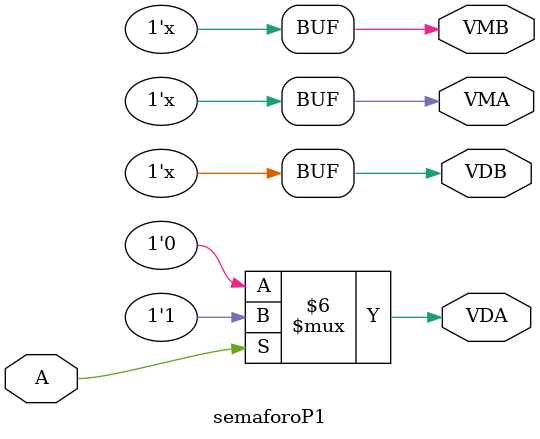
<source format=sv>

module semaforoP1(input logic A,
                  output logic VMA,VDA,VMB,VDB);
                  
    always_comb begin
      if(A == 0)
      begin
        VDA  <= 0;
      end
      else
      begin
      VDA <= 1;
      end
    VMA <= ~VDA;
    VMB <= VDA;
    VDB <= ~VDA;
  end;
  
endmodule
</source>
